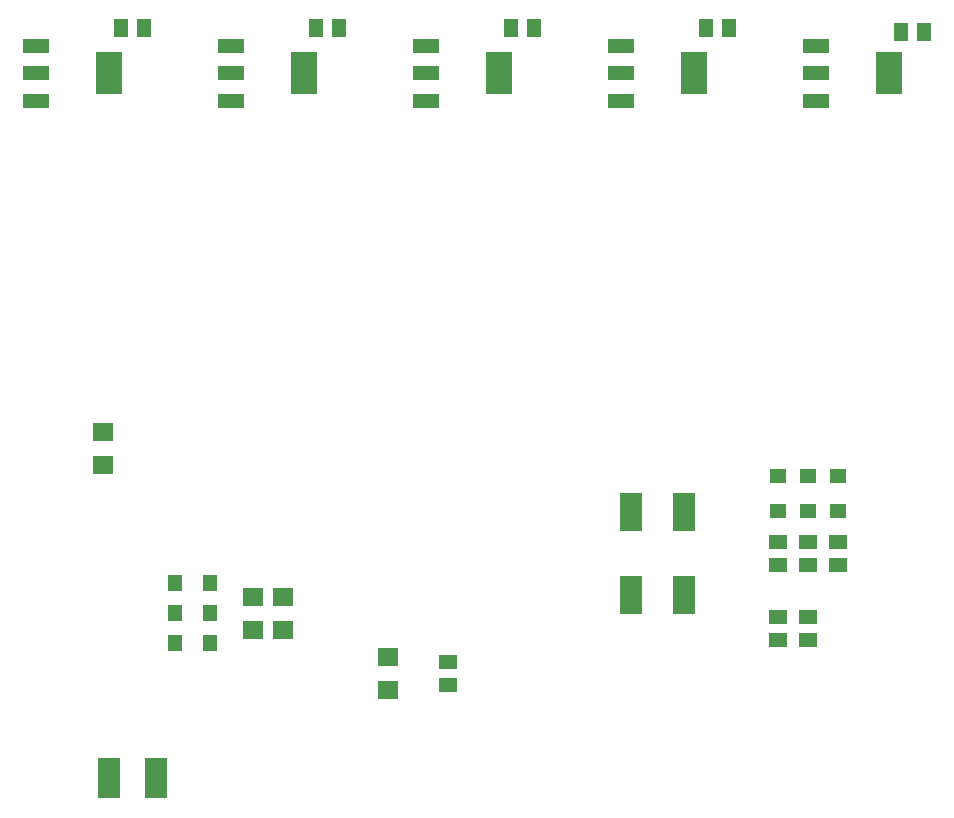
<source format=gbp>
G75*
%MOIN*%
%OFA0B0*%
%FSLAX24Y24*%
%IPPOS*%
%LPD*%
%AMOC8*
5,1,8,0,0,1.08239X$1,22.5*
%
%ADD10R,0.0512X0.0591*%
%ADD11R,0.0748X0.1339*%
%ADD12R,0.0709X0.0630*%
%ADD13R,0.0472X0.0551*%
%ADD14R,0.0630X0.0512*%
%ADD15R,0.0591X0.0512*%
%ADD16R,0.0551X0.0472*%
%ADD17R,0.0750X0.1250*%
%ADD18R,0.0880X0.0480*%
%ADD19R,0.0866X0.1417*%
D10*
X010726Y026700D03*
X011474Y026700D03*
X017226Y026700D03*
X017974Y026700D03*
X023726Y026700D03*
X024474Y026700D03*
X030226Y026700D03*
X030974Y026700D03*
X036726Y026575D03*
X037474Y026575D03*
D11*
X010332Y001700D03*
X011868Y001700D03*
D12*
X015100Y006649D03*
X016100Y006649D03*
X016100Y007751D03*
X015100Y007751D03*
X019600Y005751D03*
X019600Y004649D03*
X010100Y012149D03*
X010100Y013251D03*
D13*
X012509Y008200D03*
X013691Y008200D03*
X013691Y007200D03*
X013691Y006200D03*
X012509Y006200D03*
X012509Y007200D03*
D14*
X021600Y005574D03*
X021600Y004826D03*
D15*
X032600Y006326D03*
X032600Y007074D03*
X033600Y007074D03*
X033600Y006326D03*
X033600Y008826D03*
X032600Y008826D03*
X032600Y009574D03*
X033600Y009574D03*
X034600Y009574D03*
X034600Y008826D03*
D16*
X034600Y010609D03*
X033600Y010609D03*
X032600Y010609D03*
X032600Y011791D03*
X033600Y011791D03*
X034600Y011791D03*
D17*
X029475Y010575D03*
X027725Y010575D03*
X027725Y007825D03*
X029475Y007825D03*
D18*
X027380Y024290D03*
X027380Y025200D03*
X027380Y026110D03*
X020880Y026110D03*
X020880Y025200D03*
X020880Y024290D03*
X014380Y024290D03*
X014380Y025200D03*
X014380Y026110D03*
X007880Y026110D03*
X007880Y025200D03*
X007880Y024290D03*
X033880Y024290D03*
X033880Y025200D03*
X033880Y026110D03*
D19*
X036320Y025200D03*
X029820Y025200D03*
X023320Y025200D03*
X016820Y025200D03*
X010320Y025200D03*
M02*

</source>
